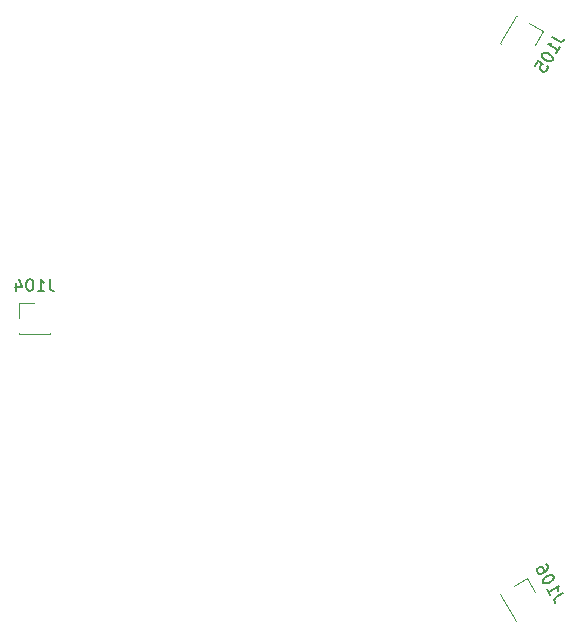
<source format=gbr>
%TF.GenerationSoftware,KiCad,Pcbnew,7.0.10*%
%TF.CreationDate,2024-03-15T11:43:20-04:00*%
%TF.ProjectId,new_middle_inner,6e65775f-6d69-4646-946c-655f696e6e65,rev?*%
%TF.SameCoordinates,Original*%
%TF.FileFunction,Legend,Bot*%
%TF.FilePolarity,Positive*%
%FSLAX46Y46*%
G04 Gerber Fmt 4.6, Leading zero omitted, Abs format (unit mm)*
G04 Created by KiCad (PCBNEW 7.0.10) date 2024-03-15 11:43:20*
%MOMM*%
%LPD*%
G01*
G04 APERTURE LIST*
%ADD10C,0.150000*%
%ADD11C,0.120000*%
G04 APERTURE END LIST*
D10*
X67263887Y-73271870D02*
X66645298Y-73629013D01*
X66645298Y-73629013D02*
X66545389Y-73741681D01*
X66545389Y-73741681D02*
X66510530Y-73871779D01*
X66510530Y-73871779D02*
X66540719Y-74019306D01*
X66540719Y-74019306D02*
X66588338Y-74101785D01*
X65897862Y-72905845D02*
X66183576Y-73400716D01*
X66040719Y-73153281D02*
X66906744Y-72653281D01*
X66906744Y-72653281D02*
X66830645Y-72807188D01*
X66830645Y-72807188D02*
X66795786Y-72937285D01*
X66795786Y-72937285D02*
X66802166Y-73043574D01*
X66454363Y-71869734D02*
X66406744Y-71787255D01*
X66406744Y-71787255D02*
X66317886Y-71728586D01*
X66317886Y-71728586D02*
X66252837Y-71711156D01*
X66252837Y-71711156D02*
X66146549Y-71717536D01*
X66146549Y-71717536D02*
X65957782Y-71771535D01*
X65957782Y-71771535D02*
X65751586Y-71890582D01*
X65751586Y-71890582D02*
X65610438Y-72027060D01*
X65610438Y-72027060D02*
X65551769Y-72115918D01*
X65551769Y-72115918D02*
X65534339Y-72180967D01*
X65534339Y-72180967D02*
X65540719Y-72287255D01*
X65540719Y-72287255D02*
X65588338Y-72369734D01*
X65588338Y-72369734D02*
X65677196Y-72428403D01*
X65677196Y-72428403D02*
X65742245Y-72445833D01*
X65742245Y-72445833D02*
X65848533Y-72439453D01*
X65848533Y-72439453D02*
X66037300Y-72385454D01*
X66037300Y-72385454D02*
X66243497Y-72266407D01*
X66243497Y-72266407D02*
X66384644Y-72129929D01*
X66384644Y-72129929D02*
X66443313Y-72041071D01*
X66443313Y-72041071D02*
X66460743Y-71976022D01*
X66460743Y-71976022D02*
X66454363Y-71869734D01*
X65859125Y-70838751D02*
X65954363Y-71003708D01*
X65954363Y-71003708D02*
X65960743Y-71109996D01*
X65960743Y-71109996D02*
X65943313Y-71175045D01*
X65943313Y-71175045D02*
X65867214Y-71328953D01*
X65867214Y-71328953D02*
X65726067Y-71465430D01*
X65726067Y-71465430D02*
X65396152Y-71655906D01*
X65396152Y-71655906D02*
X65289864Y-71662286D01*
X65289864Y-71662286D02*
X65224815Y-71644856D01*
X65224815Y-71644856D02*
X65135957Y-71586187D01*
X65135957Y-71586187D02*
X65040719Y-71421230D01*
X65040719Y-71421230D02*
X65034339Y-71314942D01*
X65034339Y-71314942D02*
X65051769Y-71249893D01*
X65051769Y-71249893D02*
X65110438Y-71161034D01*
X65110438Y-71161034D02*
X65316635Y-71041987D01*
X65316635Y-71041987D02*
X65422923Y-71035607D01*
X65422923Y-71035607D02*
X65487971Y-71053037D01*
X65487971Y-71053037D02*
X65576830Y-71111706D01*
X65576830Y-71111706D02*
X65672068Y-71276663D01*
X65672068Y-71276663D02*
X65678448Y-71382951D01*
X65678448Y-71382951D02*
X65661018Y-71448000D01*
X65661018Y-71448000D02*
X65602349Y-71536858D01*
X23785714Y-46684819D02*
X23785714Y-47399104D01*
X23785714Y-47399104D02*
X23833333Y-47541961D01*
X23833333Y-47541961D02*
X23928571Y-47637200D01*
X23928571Y-47637200D02*
X24071428Y-47684819D01*
X24071428Y-47684819D02*
X24166666Y-47684819D01*
X22785714Y-47684819D02*
X23357142Y-47684819D01*
X23071428Y-47684819D02*
X23071428Y-46684819D01*
X23071428Y-46684819D02*
X23166666Y-46827676D01*
X23166666Y-46827676D02*
X23261904Y-46922914D01*
X23261904Y-46922914D02*
X23357142Y-46970533D01*
X22166666Y-46684819D02*
X22071428Y-46684819D01*
X22071428Y-46684819D02*
X21976190Y-46732438D01*
X21976190Y-46732438D02*
X21928571Y-46780057D01*
X21928571Y-46780057D02*
X21880952Y-46875295D01*
X21880952Y-46875295D02*
X21833333Y-47065771D01*
X21833333Y-47065771D02*
X21833333Y-47303866D01*
X21833333Y-47303866D02*
X21880952Y-47494342D01*
X21880952Y-47494342D02*
X21928571Y-47589580D01*
X21928571Y-47589580D02*
X21976190Y-47637200D01*
X21976190Y-47637200D02*
X22071428Y-47684819D01*
X22071428Y-47684819D02*
X22166666Y-47684819D01*
X22166666Y-47684819D02*
X22261904Y-47637200D01*
X22261904Y-47637200D02*
X22309523Y-47589580D01*
X22309523Y-47589580D02*
X22357142Y-47494342D01*
X22357142Y-47494342D02*
X22404761Y-47303866D01*
X22404761Y-47303866D02*
X22404761Y-47065771D01*
X22404761Y-47065771D02*
X22357142Y-46875295D01*
X22357142Y-46875295D02*
X22309523Y-46780057D01*
X22309523Y-46780057D02*
X22261904Y-46732438D01*
X22261904Y-46732438D02*
X22166666Y-46684819D01*
X20976190Y-47018152D02*
X20976190Y-47684819D01*
X21214285Y-46637200D02*
X21452380Y-47351485D01*
X21452380Y-47351485D02*
X20833333Y-47351485D01*
X66319606Y-26182948D02*
X66938196Y-26540090D01*
X66938196Y-26540090D02*
X67085723Y-26570280D01*
X67085723Y-26570280D02*
X67215821Y-26535420D01*
X67215821Y-26535420D02*
X67328489Y-26435512D01*
X67328489Y-26435512D02*
X67376108Y-26353033D01*
X66685631Y-27548973D02*
X66971346Y-27054102D01*
X66828489Y-27301537D02*
X65962463Y-26801537D01*
X65962463Y-26801537D02*
X66133800Y-26790487D01*
X66133800Y-26790487D02*
X66263898Y-26755628D01*
X66263898Y-26755628D02*
X66352756Y-26696959D01*
X65510082Y-27585084D02*
X65462463Y-27667563D01*
X65462463Y-27667563D02*
X65456083Y-27773851D01*
X65456083Y-27773851D02*
X65473513Y-27838900D01*
X65473513Y-27838900D02*
X65532182Y-27927758D01*
X65532182Y-27927758D02*
X65673330Y-28064236D01*
X65673330Y-28064236D02*
X65879527Y-28183283D01*
X65879527Y-28183283D02*
X66068293Y-28237282D01*
X66068293Y-28237282D02*
X66174581Y-28243662D01*
X66174581Y-28243662D02*
X66239630Y-28226232D01*
X66239630Y-28226232D02*
X66328489Y-28167563D01*
X66328489Y-28167563D02*
X66376108Y-28085084D01*
X66376108Y-28085084D02*
X66382487Y-27978796D01*
X66382487Y-27978796D02*
X66365058Y-27913747D01*
X66365058Y-27913747D02*
X66306389Y-27824889D01*
X66306389Y-27824889D02*
X66165241Y-27688412D01*
X66165241Y-27688412D02*
X65959044Y-27569364D01*
X65959044Y-27569364D02*
X65770278Y-27515365D01*
X65770278Y-27515365D02*
X65663989Y-27508985D01*
X65663989Y-27508985D02*
X65598941Y-27526415D01*
X65598941Y-27526415D02*
X65510082Y-27585084D01*
X64891035Y-28657306D02*
X65129130Y-28244913D01*
X65129130Y-28244913D02*
X65565332Y-28441769D01*
X65565332Y-28441769D02*
X65500284Y-28459199D01*
X65500284Y-28459199D02*
X65411425Y-28517868D01*
X65411425Y-28517868D02*
X65292378Y-28724064D01*
X65292378Y-28724064D02*
X65285998Y-28830353D01*
X65285998Y-28830353D02*
X65303428Y-28895401D01*
X65303428Y-28895401D02*
X65362097Y-28984260D01*
X65362097Y-28984260D02*
X65568293Y-29103307D01*
X65568293Y-29103307D02*
X65674581Y-29109687D01*
X65674581Y-29109687D02*
X65739630Y-29092257D01*
X65739630Y-29092257D02*
X65828489Y-29033588D01*
X65828489Y-29033588D02*
X65947536Y-28827392D01*
X65947536Y-28827392D02*
X65953916Y-28721104D01*
X65953916Y-28721104D02*
X65936486Y-28656055D01*
D11*
%TO.C,J106*%
X63263186Y-75632814D02*
X61933186Y-73329186D01*
X63367109Y-75572814D02*
X63263186Y-75632814D01*
X64901814Y-73151000D02*
X64236814Y-71999186D01*
X62037109Y-73269186D02*
X61933186Y-73329186D01*
X64236814Y-71999186D02*
X63085000Y-72664186D01*
%TO.C,J104*%
X23830000Y-51330000D02*
X21170000Y-51330000D01*
X23830000Y-51210000D02*
X23830000Y-51330000D01*
X22500000Y-48670000D02*
X21170000Y-48670000D01*
X21170000Y-51210000D02*
X21170000Y-51330000D01*
X21170000Y-48670000D02*
X21170000Y-50000000D01*
%TO.C,J105*%
X61933186Y-26670814D02*
X63263186Y-24367186D01*
X62037109Y-26730814D02*
X61933186Y-26670814D01*
X64901814Y-26849000D02*
X65566814Y-25697186D01*
X63367109Y-24427186D02*
X63263186Y-24367186D01*
X65566814Y-25697186D02*
X64415000Y-25032186D01*
%TD*%
M02*

</source>
